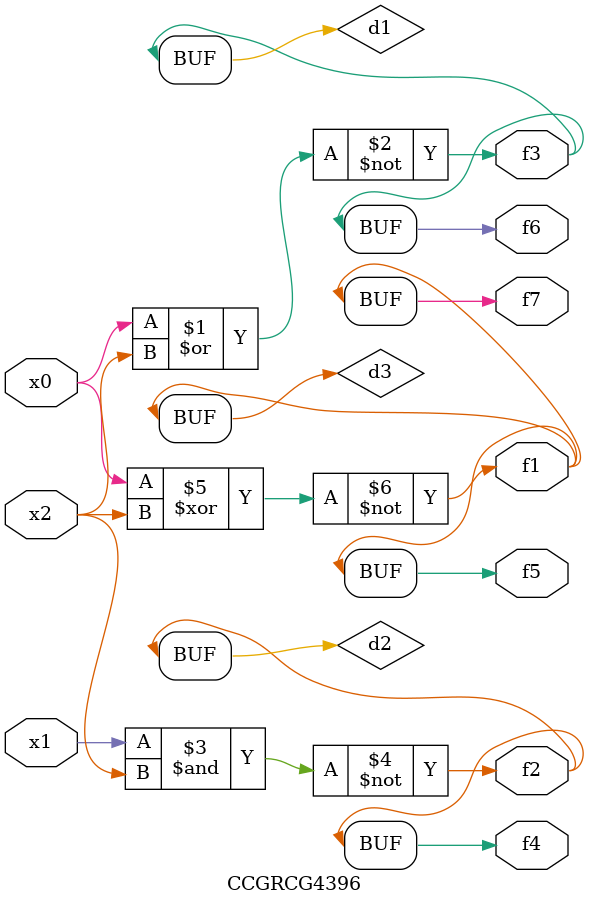
<source format=v>
module CCGRCG4396(
	input x0, x1, x2,
	output f1, f2, f3, f4, f5, f6, f7
);

	wire d1, d2, d3;

	nor (d1, x0, x2);
	nand (d2, x1, x2);
	xnor (d3, x0, x2);
	assign f1 = d3;
	assign f2 = d2;
	assign f3 = d1;
	assign f4 = d2;
	assign f5 = d3;
	assign f6 = d1;
	assign f7 = d3;
endmodule

</source>
